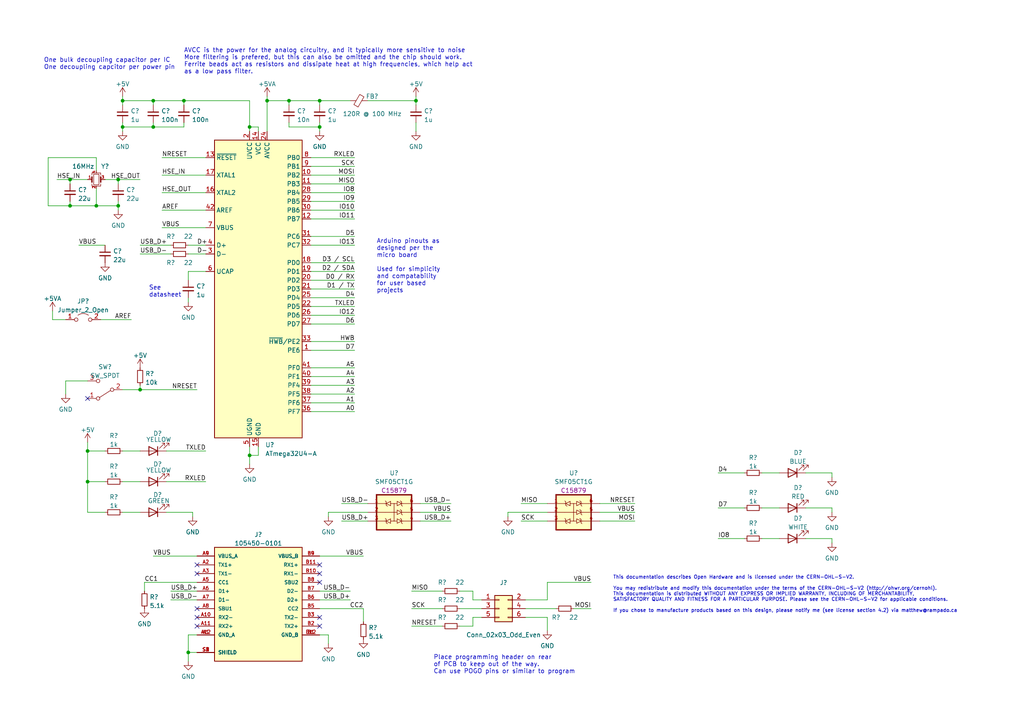
<source format=kicad_sch>
(kicad_sch (version 20211123) (generator eeschema)
  (paper "A4")
  (title_block (title "ALP Release Version") (date "2022-08-14") (rev "Revision 1") (company "Copyright (C) 2022 Matthew Rampado"))
  (lib_symbols
    (symbol "Connector_Generic:Conn_02x03_Odd_Even" (pin_names (offset 1.016) hide)
      (property "Reference" "J" (at 1.27 5.08 0))
      (property "Value" "Conn_02x03_Odd_Even" (at 1.27 -5.08 0))
      (symbol "Conn_02x03_Odd_Even_1_1"
        (rectangle (start -1.27 -2.413) (end 0 -2.667) (stroke (width 0.1524)))
        (rectangle (start -1.27 0.127) (end 0 -0.127) (stroke (width 0.1524)))
        (rectangle (start -1.27 2.667) (end 0 2.413) (stroke (width 0.1524)))
        (rectangle (start -1.27 3.81) (end 3.81 -3.81) (stroke (width 0.254)) (fill (type background)))
        (rectangle (start 3.81 -2.413) (end 2.54 -2.667) (stroke (width 0.1524)))
        (rectangle (start 3.81 0.127) (end 2.54 -0.127) (stroke (width 0.1524)))
        (rectangle (start 3.81 2.667) (end 2.54 2.413) (stroke (width 0.1524)))
        (pin passive line (at -5.08 2.54 0) (length 3.81) (name "Pin_1") (number "1"))
        (pin passive line (at 7.62 2.54 180) (length 3.81) (name "Pin_2") (number "2"))
        (pin passive line (at -5.08 0 0) (length 3.81) (name "Pin_3") (number "3"))
        (pin passive line (at 7.62 0 180) (length 3.81) (name "Pin_4") (number "4"))
        (pin passive line (at -5.08 -2.54 0) (length 3.81) (name "Pin_5") (number "5"))
        (pin passive line (at 7.62 -2.54 180) (length 3.81) (name "Pin_6") (number "6"))
      )
    )
    (symbol "Device:C_Small" (pin_numbers hide) (pin_names (offset 0.254) hide)
      (property "Reference" "C" (at 0.254 1.778 0))
      (property "Value" "C_Small" (at 0.254 -2.032 0))
      (symbol "C_Small_0_1"
        (polyline (pts (xy -1.524 -0.508) (xy 1.524 -0.508)) (stroke (width 0.3302)))
        (polyline (pts (xy -1.524 0.508) (xy 1.524 0.508)) (stroke (width 0.3048)))
      )
      (symbol "C_Small_1_1"
        (pin passive line (at 0 2.54 270) (length 2.032) (name "~") (number "1"))
        (pin passive line (at 0 -2.54 90) (length 2.032) (name "~") (number "2"))
      )
    )
    (symbol "Device:Crystal_GND24_Small" (pin_names (offset 1.016) hide)
      (property "Reference" "Y" (at 1.27 4.445 0))
      (property "Value" "Crystal_GND24_Small" (at 1.27 2.54 0))
      (symbol "Crystal_GND24_Small_0_1"
        (rectangle (start -0.762 -1.524) (end 0.762 1.524))
        (polyline (pts (xy -1.27 -0.762) (xy -1.27 0.762)) (stroke (width 0.381)))
        (polyline (pts (xy 1.27 -0.762) (xy 1.27 0.762)) (stroke (width 0.381)))
        (polyline (pts (xy -1.27 -1.27) (xy -1.27 -1.905) (xy 1.27 -1.905) (xy 1.27 -1.27)))
        (polyline (pts (xy -1.27 1.27) (xy -1.27 1.905) (xy 1.27 1.905) (xy 1.27 1.27)))
      )
      (symbol "Crystal_GND24_Small_1_1"
        (pin passive line (at -2.54 0 0) (length 1.27) (name "1") (number "1"))
        (pin passive line (at 0 -2.54 90) (length 0.635) (name "2") (number "2"))
        (pin passive line (at 2.54 0 180) (length 1.27) (name "3") (number "3"))
        (pin passive line (at 0 2.54 270) (length 0.635) (name "4") (number "4"))
      )
    )
    (symbol "Device:FerriteBead_Small" (pin_numbers hide) (pin_names (offset 0))
      (property "Reference" "FB" (at 1.905 1.27 0))
      (property "Value" "FerriteBead_Small" (at 1.905 -1.27 0))
      (symbol "FerriteBead_Small_0_1"
        (polyline (pts (xy 0 -1.27) (xy 0 -0.7874)))
        (polyline (pts (xy 0 0.889) (xy 0 1.2954)))
        (polyline (pts (xy -1.8288 0.2794) (xy -1.1176 1.4986) (xy 1.8288 -0.2032) (xy 1.1176 -1.4224) (xy -1.8288 0.2794)))
      )
      (symbol "FerriteBead_Small_1_1"
        (pin passive line (at 0 2.54 270) (length 1.27) (name "~") (number "1"))
        (pin passive line (at 0 -2.54 90) (length 1.27) (name "~") (number "2"))
      )
    )
    (symbol "Device:LED" (pin_numbers hide) (pin_names (offset 1.016) hide)
      (property "Reference" "D" (at 0 2.54 0))
      (property "Value" "LED" (at 0 -2.54 0))
      (symbol "LED_0_1"
        (polyline (pts (xy -1.27 -1.27) (xy -1.27 1.27)) (stroke (width 0.254)))
        (polyline (pts (xy -1.27 0) (xy 1.27 0)))
        (polyline (pts (xy 1.27 -1.27) (xy 1.27 1.27) (xy -1.27 0) (xy 1.27 -1.27)) (stroke (width 0.254)))
        (polyline (pts (xy -3.048 -0.762) (xy -4.572 -2.286) (xy -3.81 -2.286) (xy -4.572 -2.286) (xy -4.572 -1.524)))
        (polyline (pts (xy -1.778 -0.762) (xy -3.302 -2.286) (xy -2.54 -2.286) (xy -3.302 -2.286) (xy -3.302 -1.524)))
      )
      (symbol "LED_1_1"
        (pin passive line (at -3.81 0 0) (length 2.54) (name "K") (number "1"))
        (pin passive line (at 3.81 0 180) (length 2.54) (name "A") (number "2"))
      )
    )
    (symbol "Device:R_Small" (pin_numbers hide) (pin_names (offset 0.254) hide)
      (property "Reference" "R" (at 0.762 0.508 0))
      (property "Value" "R_Small" (at 0.762 -1.016 0))
      (symbol "R_Small_0_1"
        (rectangle (start -0.762 1.778) (end 0.762 -1.778) (stroke (width 0.2032)))
      )
      (symbol "R_Small_1_1"
        (pin passive line (at 0 2.54 270) (length 0.762) (name "~") (number "1"))
        (pin passive line (at 0 -2.54 90) (length 0.762) (name "~") (number "2"))
      )
    )
    (symbol "Jumper:Jumper_2_Open" (pin_names (offset 0) hide)
      (property "Reference" "JP" (at 0 2.794 0))
      (property "Value" "Jumper_2_Open" (at 0 -2.286 0))
      (symbol "Jumper_2_Open_0_0"
        (circle (center -2.032 0) (radius 0.508))
        (circle (center 2.032 0) (radius 0.508))
      )
      (symbol "Jumper_2_Open_0_1"
        (arc (start 1.524 1.27) (mid 0 1.778) (end -1.524 1.27))
      )
      (symbol "Jumper_2_Open_1_1"
        (pin passive line (at -5.08 0 0) (length 2.54) (name "A") (number "1"))
        (pin passive line (at 5.08 0 180) (length 2.54) (name "B") (number "2"))
      )
    )
    (symbol "MCU_Microchip_ATmega:ATmega32U4-A"
      (property "Reference" "U" (at -12.7 44.45 0))
      (property "Value" "ATmega32U4-A" (at 2.54 -44.45 0))
      (symbol "ATmega32U4-A_0_1"
        (rectangle (start -12.7 -43.18) (end 12.7 43.18) (stroke (width 0.254)) (fill (type background)))
      )
      (symbol "ATmega32U4-A_1_1"
        (pin bidirectional line (at 15.24 -17.78 180) (length 2.54) (name "PE6") (number "1"))
        (pin bidirectional line (at 15.24 33.02 180) (length 2.54) (name "PB2") (number "10"))
        (pin bidirectional line (at 15.24 30.48 180) (length 2.54) (name "PB3") (number "11"))
        (pin bidirectional line (at 15.24 20.32 180) (length 2.54) (name "PB7") (number "12"))
        (pin input line (at -15.24 38.1 0) (length 2.54) (name "~{RESET}") (number "13"))
        (pin power_in line (at 0 45.72 270) (length 2.54) (name "VCC") (number "14"))
        (pin power_in line (at 0 -45.72 90) (length 2.54) (name "GND") (number "15"))
        (pin output line (at -15.24 27.94 0) (length 2.54) (name "XTAL2") (number "16"))
        (pin input line (at -15.24 33.02 0) (length 2.54) (name "XTAL1") (number "17"))
        (pin bidirectional line (at 15.24 7.62 180) (length 2.54) (name "PD0") (number "18"))
        (pin bidirectional line (at 15.24 5.08 180) (length 2.54) (name "PD1") (number "19"))
        (pin power_in line (at -2.54 45.72 270) (length 2.54) (name "UVCC") (number "2"))
        (pin bidirectional line (at 15.24 2.54 180) (length 2.54) (name "PD2") (number "20"))
        (pin bidirectional line (at 15.24 0 180) (length 2.54) (name "PD3") (number "21"))
        (pin bidirectional line (at 15.24 -5.08 180) (length 2.54) (name "PD5") (number "22"))
        (pin passive line (at 0 -45.72 90) (length 2.54) hide (name "GND") (number "23"))
        (pin power_in line (at 2.54 45.72 270) (length 2.54) (name "AVCC") (number "24"))
        (pin bidirectional line (at 15.24 -2.54 180) (length 2.54) (name "PD4") (number "25"))
        (pin bidirectional line (at 15.24 -7.62 180) (length 2.54) (name "PD6") (number "26"))
        (pin bidirectional line (at 15.24 -10.16 180) (length 2.54) (name "PD7") (number "27"))
        (pin bidirectional line (at 15.24 27.94 180) (length 2.54) (name "PB4") (number "28"))
        (pin bidirectional line (at 15.24 25.4 180) (length 2.54) (name "PB5") (number "29"))
        (pin bidirectional line (at -15.24 10.16 0) (length 2.54) (name "D-") (number "3"))
        (pin bidirectional line (at 15.24 22.86 180) (length 2.54) (name "PB6") (number "30"))
        (pin bidirectional line (at 15.24 15.24 180) (length 2.54) (name "PC6") (number "31"))
        (pin bidirectional line (at 15.24 12.7 180) (length 2.54) (name "PC7") (number "32"))
        (pin bidirectional line (at 15.24 -15.24 180) (length 2.54) (name "~{HWB}/PE2") (number "33"))
        (pin passive line (at 0 45.72 270) (length 2.54) hide (name "VCC") (number "34"))
        (pin passive line (at 0 -45.72 90) (length 2.54) hide (name "GND") (number "35"))
        (pin bidirectional line (at 15.24 -35.56 180) (length 2.54) (name "PF7") (number "36"))
        (pin bidirectional line (at 15.24 -33.02 180) (length 2.54) (name "PF6") (number "37"))
        (pin bidirectional line (at 15.24 -30.48 180) (length 2.54) (name "PF5") (number "38"))
        (pin bidirectional line (at 15.24 -27.94 180) (length 2.54) (name "PF4") (number "39"))
        (pin bidirectional line (at -15.24 12.7 0) (length 2.54) (name "D+") (number "4"))
        (pin bidirectional line (at 15.24 -25.4 180) (length 2.54) (name "PF1") (number "40"))
        (pin bidirectional line (at 15.24 -22.86 180) (length 2.54) (name "PF0") (number "41"))
        (pin passive line (at -15.24 22.86 0) (length 2.54) (name "AREF") (number "42"))
        (pin passive line (at 0 -45.72 90) (length 2.54) hide (name "GND") (number "43"))
        (pin passive line (at 2.54 45.72 270) (length 2.54) hide (name "AVCC") (number "44"))
        (pin passive line (at -2.54 -45.72 90) (length 2.54) (name "UGND") (number "5"))
        (pin passive line (at -15.24 5.08 0) (length 2.54) (name "UCAP") (number "6"))
        (pin input line (at -15.24 17.78 0) (length 2.54) (name "VBUS") (number "7"))
        (pin bidirectional line (at 15.24 38.1 180) (length 2.54) (name "PB0") (number "8"))
        (pin bidirectional line (at 15.24 35.56 180) (length 2.54) (name "PB1") (number "9"))
      )
    )
    (symbol "Rampado_Master:105450-0101" (pin_names (offset 1.016))
      (property "Reference" "J" (at -12.7 16.002 0))
      (property "Value" "105450-0101" (at -12.7 -18.542 0))
      (symbol "105450-0101_0_0"
        (rectangle (start -12.7 -17.78) (end 12.7 15.24) (stroke (width 0.254)) (fill (type background)))
        (pin power_in line (at -17.78 -10.16 0) (length 5.08) (name "GND_A") (number "A1"))
        (pin bidirectional line (at -17.78 -5.08 0) (length 5.08) (name "RX2-") (number "A10"))
        (pin bidirectional line (at -17.78 -7.62 0) (length 5.08) (name "RX2+") (number "A11"))
        (pin power_in line (at -17.78 -10.16 0) (length 5.08) (name "GND_A") (number "A12"))
        (pin bidirectional line (at -17.78 10.16 0) (length 5.08) (name "TX1+") (number "A2"))
        (pin bidirectional line (at -17.78 7.62 0) (length 5.08) (name "TX1-") (number "A3"))
        (pin power_in line (at -17.78 12.7 0) (length 5.08) (name "VBUS_A") (number "A4"))
        (pin bidirectional line (at -17.78 5.08 0) (length 5.08) (name "CC1") (number "A5"))
        (pin bidirectional line (at -17.78 2.54 0) (length 5.08) (name "D1+") (number "A6"))
        (pin bidirectional line (at -17.78 0 0) (length 5.08) (name "D1-") (number "A7"))
        (pin bidirectional line (at -17.78 -2.54 0) (length 5.08) (name "SBU1") (number "A8"))
        (pin power_in line (at -17.78 12.7 0) (length 5.08) (name "VBUS_A") (number "A9"))
        (pin power_in line (at 17.78 -10.16 180) (length 5.08) (name "GND_B") (number "B1"))
        (pin bidirectional line (at 17.78 7.62 180) (length 5.08) (name "RX1-") (number "B10"))
        (pin bidirectional line (at 17.78 10.16 180) (length 5.08) (name "RX1+") (number "B11"))
        (pin power_in line (at 17.78 -10.16 180) (length 5.08) (name "GND_B") (number "B12"))
        (pin bidirectional line (at 17.78 -7.62 180) (length 5.08) (name "TX2+") (number "B2"))
        (pin bidirectional line (at 17.78 -5.08 180) (length 5.08) (name "TX2-") (number "B3"))
        (pin power_in line (at 17.78 12.7 180) (length 5.08) (name "VBUS_B") (number "B4"))
        (pin bidirectional line (at 17.78 -2.54 180) (length 5.08) (name "CC2") (number "B5"))
        (pin bidirectional line (at 17.78 0 180) (length 5.08) (name "D2+") (number "B6"))
        (pin bidirectional line (at 17.78 2.54 180) (length 5.08) (name "D2-") (number "B7"))
        (pin bidirectional line (at 17.78 5.08 180) (length 5.08) (name "SBU2") (number "B8"))
        (pin power_in line (at 17.78 12.7 180) (length 5.08) (name "VBUS_B") (number "B9"))
        (pin passive line (at -17.78 -15.24 0) (length 5.08) (name "SHIELD") (number "S1"))
        (pin passive line (at -17.78 -15.24 0) (length 5.08) (name "SHIELD") (number "S2"))
        (pin passive line (at -17.78 -15.24 0) (length 5.08) (name "SHIELD") (number "S3"))
        (pin passive line (at -17.78 -15.24 0) (length 5.08) (name "SHIELD") (number "S4"))
      )
    )
    (symbol "Rampado_Master:SMF05CT1G" (pin_names (offset 1.016) hide)
      (property "Reference" "U" (at -5.1054 6.096 0))
      (property "Value" "SMF05CT1G" (at -5.1054 -9.0932 0))
      (property "JLCPCB Part #" "C15879" (at 0 0 0))
      (symbol "SMF05CT1G_0_0"
        (rectangle (start -5.08 -5.08) (end 5.08 5.08) (stroke (width 0.4064)) (fill (type background)))
        (polyline (pts (xy -2.54 -1.778) (xy -2.286 -2.032)) (stroke (width 0.1524)))
        (polyline (pts (xy -2.54 3.302) (xy -2.286 3.048)) (stroke (width 0.1524)))
        (polyline (pts (xy -2.286 -3.048) (xy -1.905 -3.302)) (stroke (width 0.1524)))
        (polyline (pts (xy -2.286 -2.54) (xy -2.54 -2.54)) (stroke (width 0.1524)))
        (polyline (pts (xy -2.286 -2.54) (xy -2.286 -3.048)) (stroke (width 0.1524)))
        (polyline (pts (xy -2.286 -2.54) (xy -1.016 -3.175)) (stroke (width 0.1524)))
        (polyline (pts (xy -2.286 -2.032) (xy -2.286 -2.54)) (stroke (width 0.1524)))
        (polyline (pts (xy -2.286 2.032) (xy -1.905 1.778)) (stroke (width 0.1524)))
        (polyline (pts (xy -2.286 2.54) (xy -2.54 2.54)) (stroke (width 0.1524)))
        (polyline (pts (xy -2.286 2.54) (xy -2.286 2.032)) (stroke (width 0.1524)))
        (polyline (pts (xy -2.286 2.54) (xy -1.016 1.905)) (stroke (width 0.1524)))
        (polyline (pts (xy -2.286 3.048) (xy -2.286 2.54)) (stroke (width 0.1524)))
        (polyline (pts (xy -1.016 -3.175) (xy -1.016 -2.54)) (stroke (width 0.1524)))
        (polyline (pts (xy -1.016 -2.54) (xy -1.016 -1.905)) (stroke (width 0.1524)))
        (polyline (pts (xy -1.016 -2.54) (xy 0 -2.54)) (stroke (width 0.1524)))
        (polyline (pts (xy -1.016 -1.905) (xy -2.286 -2.54)) (stroke (width 0.1524)))
        (polyline (pts (xy -1.016 1.905) (xy -1.016 2.54)) (stroke (width 0.1524)))
        (polyline (pts (xy -1.016 2.54) (xy -1.016 3.175)) (stroke (width 0.1524)))
        (polyline (pts (xy -1.016 2.54) (xy 0 2.54)) (stroke (width 0.1524)))
        (polyline (pts (xy -1.016 3.175) (xy -2.286 2.54)) (stroke (width 0.1524)))
        (polyline (pts (xy 0 -2.54) (xy 0.762 -2.54)) (stroke (width 0.1524)))
        (polyline (pts (xy 0 0) (xy -2.54 0)) (stroke (width 0.1524)))
        (polyline (pts (xy 0 0) (xy 0 -2.54)) (stroke (width 0.1524)))
        (polyline (pts (xy 0 2.54) (xy 0 0)) (stroke (width 0.1524)))
        (polyline (pts (xy 0 2.54) (xy 0.762 2.54)) (stroke (width 0.1524)))
        (polyline (pts (xy 0.762 0) (xy 0 0)) (stroke (width 0.1524)))
        (polyline (pts (xy 0.889 -3.175) (xy 2.159 -2.54)) (stroke (width 0.1524)))
        (polyline (pts (xy 0.889 -1.905) (xy 0.889 -3.175)) (stroke (width 0.1524)))
        (polyline (pts (xy 0.889 -0.635) (xy 2.159 0)) (stroke (width 0.1524)))
        (polyline (pts (xy 0.889 0.635) (xy 0.889 -0.635)) (stroke (width 0.1524)))
        (polyline (pts (xy 0.889 1.905) (xy 2.159 2.54)) (stroke (width 0.1524)))
        (polyline (pts (xy 0.889 3.175) (xy 0.889 1.905)) (stroke (width 0.1524)))
        (polyline (pts (xy 2.032 -2.54) (xy 2.54 -2.54)) (stroke (width 0.1524)))
        (polyline (pts (xy 2.032 2.54) (xy 2.54 2.54)) (stroke (width 0.1524)))
        (polyline (pts (xy 2.159 -3.048) (xy 2.159 -2.032)) (stroke (width 0.1524)))
        (polyline (pts (xy 2.159 -2.54) (xy 0.889 -1.905)) (stroke (width 0.1524)))
        (polyline (pts (xy 2.159 -2.032) (xy 1.778 -1.778)) (stroke (width 0.1524)))
        (polyline (pts (xy 2.159 -0.508) (xy 2.159 0.508)) (stroke (width 0.1524)))
        (polyline (pts (xy 2.159 0) (xy 0.889 0.635)) (stroke (width 0.1524)))
        (polyline (pts (xy 2.159 0.508) (xy 1.778 0.762)) (stroke (width 0.1524)))
        (polyline (pts (xy 2.159 2.032) (xy 2.159 3.048)) (stroke (width 0.1524)))
        (polyline (pts (xy 2.159 2.54) (xy 0.889 3.175)) (stroke (width 0.1524)))
        (polyline (pts (xy 2.159 3.048) (xy 1.778 3.302)) (stroke (width 0.1524)))
        (polyline (pts (xy 2.286 0) (xy 2.54 0)) (stroke (width 0.1524)))
        (polyline (pts (xy 2.413 -3.302) (xy 2.159 -3.048)) (stroke (width 0.1524)))
        (polyline (pts (xy 2.413 -0.762) (xy 2.159 -0.508)) (stroke (width 0.1524)))
        (polyline (pts (xy 2.413 1.778) (xy 2.159 2.032)) (stroke (width 0.1524)))
        (pin passive line (at -7.62 2.54 0) (length 5.08) (name "~") (number "1"))
        (pin passive line (at -7.62 0 0) (length 5.08) (name "~") (number "2"))
        (pin passive line (at -7.62 -2.54 0) (length 5.08) (name "~") (number "3"))
        (pin passive line (at 7.62 -2.54 180) (length 5.08) (name "~") (number "4"))
        (pin passive line (at 7.62 0 180) (length 5.08) (name "~") (number "5"))
        (pin passive line (at 7.62 2.54 180) (length 5.08) (name "~") (number "6"))
      )
    )
    (symbol "Switch:SW_SPDT" (pin_names (offset 0) hide)
      (property "Reference" "SW" (at 0 4.318 0))
      (property "Value" "SW_SPDT" (at 0 -5.08 0))
      (symbol "SW_SPDT_0_0"
        (circle (center -2.032 0) (radius 0.508))
        (circle (center 2.032 -2.54) (radius 0.508))
      )
      (symbol "SW_SPDT_0_1"
        (polyline (pts (xy -1.524 0.254) (xy 1.651 2.286)))
        (circle (center 2.032 2.54) (radius 0.508))
      )
      (symbol "SW_SPDT_1_1"
        (pin passive line (at 5.08 2.54 180) (length 2.54) (name "A") (number "1"))
        (pin passive line (at -5.08 0 0) (length 2.54) (name "B") (number "2"))
        (pin passive line (at 5.08 -2.54 180) (length 2.54) (name "C") (number "3"))
      )
    )
    (symbol "power:+5V" (power) (pin_names (offset 0))
      (property "Value" "+5V" (at 0 3.556 0))
      (symbol "+5V_0_1"
        (polyline (pts (xy -0.762 1.27) (xy 0 2.54)))
        (polyline (pts (xy 0 0) (xy 0 2.54)))
        (polyline (pts (xy 0 2.54) (xy 0.762 1.27)))
      )
      (symbol "+5V_1_1"
        (pin power_in line (at 0 0 90) (length 0) hide (name "+5V") (number "1"))
      )
    )
    (symbol "power:+5VA" (power) (pin_names (offset 0))
      (property "Value" "+5VA" (at 0 3.556 0))
      (symbol "+5VA_0_1"
        (polyline (pts (xy -0.762 1.27) (xy 0 2.54)))
        (polyline (pts (xy 0 0) (xy 0 2.54)))
        (polyline (pts (xy 0 2.54) (xy 0.762 1.27)))
      )
      (symbol "+5VA_1_1"
        (pin power_in line (at 0 0 90) (length 0) hide (name "+5VA") (number "1"))
      )
    )
    (symbol "power:GND" (power) (pin_names (offset 0))
      (property "Value" "GND" (at 0 -3.81 0))
      (symbol "GND_0_1"
        (polyline (pts (xy 0 0) (xy 0 -1.27) (xy 1.27 -1.27) (xy 0 -2.54) (xy -1.27 -1.27) (xy 0 -1.27)))
      )
      (symbol "GND_1_1"
        (pin power_in line (at 0 0 270) (length 0) hide (name "GND") (number "1"))
      )
    )
  )
  (junction (at 34.29 52.07))
  (junction (at 35.56 36.83))
  (junction (at 120.65 29.21))
  (junction (at 20.32 52.07))
  (junction (at 54.61 189.23))
  (junction (at 92.71 29.21))
  (junction (at 44.45 29.21))
  (junction (at 40.64 113.03))
  (junction (at 35.56 29.21))
  (junction (at 72.39 36.83))
  (junction (at 44.45 36.83))
  (junction (at 25.4 130.81))
  (junction (at 20.32 59.69))
  (junction (at 53.34 29.21))
  (junction (at 27.94 59.69))
  (junction (at 34.29 59.69))
  (junction (at 25.4 139.7))
  (junction (at 77.47 29.21))
  (junction (at 72.39 132.08))
  (junction (at 83.82 29.21))
  (junction (at 92.71 36.83))
  (no_connect (at 57.15 181.61))
  (no_connect (at 57.15 179.07))
  (no_connect (at 57.15 176.53))
  (no_connect (at 57.15 166.37))
  (no_connect (at 57.15 163.83))
  (no_connect (at 92.71 181.61))
  (no_connect (at 92.71 179.07))
  (no_connect (at 92.71 168.91))
  (no_connect (at 92.71 166.37))
  (no_connect (at 92.71 163.83))
  (no_connect (at 25.4 115.57))
  (wire (pts (xy 54.61 189.23) (xy 54.61 191.77)))
  (wire (pts (xy 241.3 148.59) (xy 241.3 147.32)))
  (wire (pts (xy 40.64 111.76) (xy 40.64 113.03)))
  (wire (pts (xy 120.65 27.94) (xy 120.65 29.21)))
  (wire (pts (xy 220.98 147.32) (xy 226.06 147.32)))
  (wire (pts (xy 35.56 36.83) (xy 44.45 36.83)))
  (wire (pts (xy 92.71 29.21) (xy 83.82 29.21)))
  (wire (pts (xy 29.21 92.71) (xy 38.1 92.71)))
  (wire (pts (xy 53.34 29.21) (xy 72.39 29.21)))
  (wire (pts (xy 133.35 171.45) (xy 137.16 171.45)))
  (wire (pts (xy 90.17 111.76) (xy 102.87 111.76)))
  (wire (pts (xy 90.17 45.72) (xy 102.87 45.72)))
  (wire (pts (xy 120.65 29.21) (xy 120.65 30.48)))
  (wire (pts (xy 92.71 36.83) (xy 92.71 38.1)))
  (wire (pts (xy 72.39 129.54) (xy 72.39 132.08)))
  (wire (pts (xy 74.93 36.83) (xy 72.39 36.83)))
  (wire (pts (xy 27.94 45.72) (xy 13.97 45.72)))
  (wire (pts (xy 92.71 29.21) (xy 101.6 29.21)))
  (wire (pts (xy 90.17 76.2) (xy 102.87 76.2)))
  (wire (pts (xy 44.45 36.83) (xy 53.34 36.83)))
  (wire (pts (xy 121.92 148.59) (xy 130.81 148.59)))
  (wire (pts (xy 35.56 113.03) (xy 40.64 113.03)))
  (wire (pts (xy 90.17 93.98) (xy 102.87 93.98)))
  (wire (pts (xy 57.15 184.15) (xy 54.61 184.15)))
  (wire (pts (xy 20.32 59.69) (xy 27.94 59.69)))
  (wire (pts (xy 171.45 168.91) (xy 158.75 168.91)))
  (wire (pts (xy 46.99 66.04) (xy 59.69 66.04)))
  (wire (pts (xy 99.06 151.13) (xy 106.68 151.13)))
  (wire (pts (xy 54.61 86.36) (xy 54.61 87.63)))
  (wire (pts (xy 233.68 156.21) (xy 241.3 156.21)))
  (wire (pts (xy 92.71 161.29) (xy 105.41 161.29)))
  (wire (pts (xy 55.88 148.59) (xy 48.26 148.59)))
  (wire (pts (xy 90.17 99.06) (xy 102.87 99.06)))
  (wire (pts (xy 208.28 147.32) (xy 215.9 147.32)))
  (wire (pts (xy 151.13 146.05) (xy 158.75 146.05)))
  (wire (pts (xy 53.34 36.83) (xy 53.34 35.56)))
  (wire (pts (xy 25.4 139.7) (xy 30.48 139.7)))
  (wire (pts (xy 241.3 147.32) (xy 233.68 147.32)))
  (wire (pts (xy 20.32 58.42) (xy 20.32 59.69)))
  (wire (pts (xy 90.17 109.22) (xy 102.87 109.22)))
  (wire (pts (xy 34.29 58.42) (xy 34.29 59.69)))
  (wire (pts (xy 34.29 52.07) (xy 40.64 52.07)))
  (wire (pts (xy 54.61 78.74) (xy 54.61 81.28)))
  (wire (pts (xy 158.75 179.07) (xy 158.75 182.88)))
  (wire (pts (xy 90.17 91.44) (xy 102.87 91.44)))
  (wire (pts (xy 25.4 128.27) (xy 25.4 130.81)))
  (wire (pts (xy 74.93 38.1) (xy 74.93 36.83)))
  (wire (pts (xy 34.29 59.69) (xy 34.29 60.96)))
  (wire (pts (xy 27.94 49.53) (xy 27.94 45.72)))
  (wire (pts (xy 233.68 137.16) (xy 241.3 137.16)))
  (wire (pts (xy 173.99 146.05) (xy 184.15 146.05)))
  (wire (pts (xy 48.26 139.7) (xy 59.69 139.7)))
  (wire (pts (xy 92.71 35.56) (xy 92.71 36.83)))
  (wire (pts (xy 46.99 50.8) (xy 59.69 50.8)))
  (wire (pts (xy 90.17 71.12) (xy 102.87 71.12)))
  (wire (pts (xy 92.71 184.15) (xy 95.25 184.15)))
  (wire (pts (xy 151.13 151.13) (xy 158.75 151.13)))
  (wire (pts (xy 173.99 148.59) (xy 184.15 148.59)))
  (wire (pts (xy 46.99 55.88) (xy 59.69 55.88)))
  (wire (pts (xy 35.56 148.59) (xy 40.64 148.59)))
  (wire (pts (xy 147.32 148.59) (xy 147.32 149.86)))
  (wire (pts (xy 25.4 130.81) (xy 25.4 139.7)))
  (wire (pts (xy 106.68 148.59) (xy 95.25 148.59)))
  (wire (pts (xy 90.17 55.88) (xy 102.87 55.88)))
  (wire (pts (xy 90.17 116.84) (xy 102.87 116.84)))
  (wire (pts (xy 119.38 181.61) (xy 128.27 181.61)))
  (wire (pts (xy 241.3 137.16) (xy 241.3 138.43)))
  (wire (pts (xy 57.15 168.91) (xy 41.91 168.91)))
  (wire (pts (xy 74.93 132.08) (xy 72.39 132.08)))
  (wire (pts (xy 90.17 86.36) (xy 102.87 86.36)))
  (wire (pts (xy 35.56 35.56) (xy 35.56 36.83)))
  (wire (pts (xy 34.29 59.69) (xy 27.94 59.69)))
  (wire (pts (xy 54.61 71.12) (xy 59.69 71.12)))
  (wire (pts (xy 25.4 148.59) (xy 30.48 148.59)))
  (wire (pts (xy 55.88 149.86) (xy 55.88 148.59)))
  (wire (pts (xy 137.16 173.99) (xy 139.7 173.99)))
  (wire (pts (xy 53.34 29.21) (xy 53.34 30.48)))
  (wire (pts (xy 13.97 59.69) (xy 20.32 59.69)))
  (wire (pts (xy 19.05 110.49) (xy 19.05 114.3)))
  (wire (pts (xy 90.17 101.6) (xy 102.87 101.6)))
  (wire (pts (xy 20.32 52.07) (xy 25.4 52.07)))
  (wire (pts (xy 220.98 137.16) (xy 226.06 137.16)))
  (wire (pts (xy 44.45 29.21) (xy 44.45 30.48)))
  (wire (pts (xy 48.26 130.81) (xy 59.69 130.81)))
  (wire (pts (xy 158.75 148.59) (xy 147.32 148.59)))
  (wire (pts (xy 54.61 73.66) (xy 59.69 73.66)))
  (wire (pts (xy 77.47 27.94) (xy 77.47 29.21)))
  (wire (pts (xy 44.45 161.29) (xy 57.15 161.29)))
  (wire (pts (xy 90.17 63.5) (xy 102.87 63.5)))
  (wire (pts (xy 99.06 146.05) (xy 106.68 146.05)))
  (wire (pts (xy 92.71 171.45) (xy 101.6 171.45)))
  (wire (pts (xy 119.38 171.45) (xy 128.27 171.45)))
  (wire (pts (xy 20.32 52.07) (xy 20.32 53.34)))
  (wire (pts (xy 241.3 156.21) (xy 241.3 157.48)))
  (wire (pts (xy 25.4 110.49) (xy 19.05 110.49)))
  (wire (pts (xy 83.82 36.83) (xy 92.71 36.83)))
  (wire (pts (xy 54.61 189.23) (xy 57.15 189.23)))
  (wire (pts (xy 208.28 156.21) (xy 215.9 156.21)))
  (wire (pts (xy 95.25 184.15) (xy 95.25 186.69)))
  (wire (pts (xy 166.37 176.53) (xy 171.45 176.53)))
  (wire (pts (xy 25.4 139.7) (xy 25.4 148.59)))
  (wire (pts (xy 49.53 171.45) (xy 57.15 171.45)))
  (wire (pts (xy 72.39 29.21) (xy 72.39 36.83)))
  (wire (pts (xy 25.4 130.81) (xy 30.48 130.81)))
  (wire (pts (xy 15.24 92.71) (xy 19.05 92.71)))
  (wire (pts (xy 90.17 48.26) (xy 102.87 48.26)))
  (wire (pts (xy 90.17 60.96) (xy 102.87 60.96)))
  (wire (pts (xy 90.17 53.34) (xy 102.87 53.34)))
  (wire (pts (xy 46.99 60.96) (xy 59.69 60.96)))
  (wire (pts (xy 35.56 29.21) (xy 44.45 29.21)))
  (wire (pts (xy 40.64 73.66) (xy 49.53 73.66)))
  (wire (pts (xy 35.56 29.21) (xy 35.56 30.48)))
  (wire (pts (xy 152.4 176.53) (xy 161.29 176.53)))
  (wire (pts (xy 137.16 181.61) (xy 133.35 181.61)))
  (wire (pts (xy 173.99 151.13) (xy 184.15 151.13)))
  (wire (pts (xy 40.64 71.12) (xy 49.53 71.12)))
  (wire (pts (xy 92.71 173.99) (xy 101.6 173.99)))
  (wire (pts (xy 77.47 29.21) (xy 77.47 38.1)))
  (wire (pts (xy 83.82 29.21) (xy 77.47 29.21)))
  (wire (pts (xy 16.51 52.07) (xy 20.32 52.07)))
  (wire (pts (xy 158.75 173.99) (xy 152.4 173.99)))
  (wire (pts (xy 95.25 148.59) (xy 95.25 149.86)))
  (wire (pts (xy 72.39 36.83) (xy 72.39 38.1)))
  (wire (pts (xy 90.17 81.28) (xy 102.87 81.28)))
  (wire (pts (xy 121.92 151.13) (xy 130.81 151.13)))
  (wire (pts (xy 120.65 35.56) (xy 120.65 38.1)))
  (wire (pts (xy 83.82 29.21) (xy 83.82 30.48)))
  (wire (pts (xy 158.75 168.91) (xy 158.75 173.99)))
  (wire (pts (xy 41.91 168.91) (xy 41.91 171.45)))
  (wire (pts (xy 90.17 50.8) (xy 102.87 50.8)))
  (wire (pts (xy 54.61 184.15) (xy 54.61 189.23)))
  (wire (pts (xy 133.35 176.53) (xy 139.7 176.53)))
  (wire (pts (xy 106.68 29.21) (xy 120.65 29.21)))
  (wire (pts (xy 90.17 114.3) (xy 102.87 114.3)))
  (wire (pts (xy 220.98 156.21) (xy 226.06 156.21)))
  (wire (pts (xy 90.17 68.58) (xy 102.87 68.58)))
  (wire (pts (xy 90.17 119.38) (xy 102.87 119.38)))
  (wire (pts (xy 15.24 90.17) (xy 15.24 92.71)))
  (wire (pts (xy 74.93 129.54) (xy 74.93 132.08)))
  (wire (pts (xy 90.17 88.9) (xy 102.87 88.9)))
  (wire (pts (xy 59.69 78.74) (xy 54.61 78.74)))
  (wire (pts (xy 27.94 54.61) (xy 27.94 59.69)))
  (wire (pts (xy 90.17 58.42) (xy 102.87 58.42)))
  (wire (pts (xy 34.29 52.07) (xy 34.29 53.34)))
  (wire (pts (xy 83.82 35.56) (xy 83.82 36.83)))
  (wire (pts (xy 49.53 173.99) (xy 57.15 173.99)))
  (wire (pts (xy 137.16 179.07) (xy 137.16 181.61)))
  (wire (pts (xy 30.48 52.07) (xy 34.29 52.07)))
  (wire (pts (xy 139.7 179.07) (xy 137.16 179.07)))
  (wire (pts (xy 44.45 36.83) (xy 44.45 35.56)))
  (wire (pts (xy 121.92 146.05) (xy 130.81 146.05)))
  (wire (pts (xy 40.64 113.03) (xy 57.15 113.03)))
  (wire (pts (xy 105.41 176.53) (xy 105.41 180.34)))
  (wire (pts (xy 90.17 106.68) (xy 102.87 106.68)))
  (wire (pts (xy 44.45 29.21) (xy 53.34 29.21)))
  (wire (pts (xy 137.16 171.45) (xy 137.16 173.99)))
  (wire (pts (xy 152.4 179.07) (xy 158.75 179.07)))
  (wire (pts (xy 35.56 36.83) (xy 35.56 38.1)))
  (wire (pts (xy 90.17 83.82) (xy 102.87 83.82)))
  (wire (pts (xy 92.71 176.53) (xy 105.41 176.53)))
  (wire (pts (xy 119.38 176.53) (xy 128.27 176.53)))
  (wire (pts (xy 208.28 137.16) (xy 215.9 137.16)))
  (wire (pts (xy 90.17 78.74) (xy 102.87 78.74)))
  (wire (pts (xy 35.56 139.7) (xy 40.64 139.7)))
  (wire (pts (xy 22.86 71.12) (xy 30.48 71.12)))
  (wire (pts (xy 46.99 45.72) (xy 59.69 45.72)))
  (wire (pts (xy 92.71 29.21) (xy 92.71 30.48)))
  (wire (pts (xy 35.56 130.81) (xy 40.64 130.81)))
  (wire (pts (xy 13.97 45.72) (xy 13.97 59.69)))
  (wire (pts (xy 35.56 27.94) (xy 35.56 29.21)))
  (wire (pts (xy 72.39 132.08) (xy 72.39 134.62)))
  (text "Place programming header on rear \nof PCB to keep out of the way.\nCan use POGO pins or similar to program" (at 125.73 195.58 0) (effects (font (size 1.27 1.27)) (justify left bottom)))
  (text "AVCC is the power for the analog circuitry, and it typically more sensitive to noise\nMore filtering is prefered, but this can also be omitted and the chip should work. \nFerrite beads act as resistors and dissipate heat at high frequencies, which help act\nas a low pass filter. \n" (at 53.34 21.59 0) (effects (font (size 1.27 1.27)) (justify left bottom)))
  (text "See\ndatasheet" (at 43.18 86.36 0) (effects (font (size 1.27 1.27)) (justify left bottom)))
  (text "One bulk decoupling capacitor per IC\nOne decoupling capcitor per power pin" (at 12.7 20.32 0) (effects (font (size 1.27 1.27)) (justify left bottom)))
  (text "This documentation describes Open Hardware and is licensed under the CERN-OHL-S-V2.\n\nYou may redistribute and modify this documentation under the terms of the CERN-OHL-S-V2 (http://ohwr.org/cernohl).\nThis documentation is distributed WITHOUT ANY EXPRESS OR IMPLIED WARRANTY, INCLUDING OF MERCHANTABILITY, \nSATISFACTORY QUALITY AND FITNESS FOR A PARTICULAR PURPOSE. Please see the CERN-OHL-S-V2 for applicable conditions. \n\nIf you chose to manufacture products based on this design, please notify me (see license section 4.2) via matthew@rampado.ca" (at 177.8 177.8 0) (effects (font (size 1 1)) (justify left bottom)))
  (text "Arduino pinouts as \ndesigned per the \nmicro board\n\nUsed for simplicity\nand compatability \nfor user based \nprojects" (at 109.22 85.09 0) (effects (font (size 1.27 1.27)) (justify left bottom)))
  (label "A4" (at 102.87 109.22 180))
  (label "IO12" (at 102.87 91.44 180))
  (label "HSE_IN" (at 16.51 52.07 0))
  (label "IO13" (at 102.87 71.12 180))
  (label "USB_D+" (at 130.81 151.13 180))
  (label "MISO" (at 119.38 171.45 0))
  (label "USB_D-" (at 101.6 171.45 180))
  (label "D4" (at 102.87 86.36 180))
  (label "RXLED" (at 59.69 139.7 180))
  (label "VBUS" (at 46.99 66.04 0))
  (label "NRESET" (at 184.15 146.05 180))
  (label "RXLED" (at 102.87 45.72 180))
  (label "A3" (at 102.87 111.76 180))
  (label "A0" (at 102.87 119.38 180))
  (label "USB_D-" (at 40.64 73.66 0))
  (label "SCK" (at 102.87 48.26 180))
  (label "SCK" (at 151.13 151.13 0))
  (label "CC1" (at 41.91 168.91 0))
  (label "SCK" (at 119.38 176.53 0))
  (label "IO11" (at 102.87 63.5 180))
  (label "HSE_OUT" (at 46.99 55.88 0))
  (label "A2" (at 102.87 114.3 180))
  (label "VBUS" (at 22.86 71.12 0))
  (label "MOSI" (at 102.87 50.8 180))
  (label "VBUS" (at 105.41 161.29 180))
  (label "D7" (at 102.87 101.6 180))
  (label "MISO" (at 151.13 146.05 0))
  (label "IO8" (at 102.87 55.88 180))
  (label "USB_D-" (at 99.06 146.05 0))
  (label "VBUS" (at 184.15 148.59 180))
  (label "USB_D-" (at 49.53 173.99 0))
  (label "MOSI" (at 171.45 176.53 180))
  (label "NRESET" (at 119.38 181.61 0))
  (label "D6" (at 102.87 93.98 180))
  (label "A1" (at 102.87 116.84 180))
  (label "D-" (at 57.15 73.66 0))
  (label "D2 {slash} SDA" (at 102.87 78.74 180))
  (label "USB_D+" (at 101.6 173.99 180))
  (label "USB_D+" (at 99.06 151.13 0))
  (label "NRESET" (at 57.15 113.03 180))
  (label "VBUS" (at 130.81 148.59 180))
  (label "A5" (at 102.87 106.68 180))
  (label "D4" (at 208.28 137.16 0))
  (label "IO8" (at 208.28 156.21 0))
  (label "USB_D+" (at 40.64 71.12 0))
  (label "TXLED" (at 102.87 88.9 180))
  (label "D5" (at 102.87 68.58 180))
  (label "D7" (at 208.28 147.32 0))
  (label "D3 {slash} SCL" (at 102.87 76.2 180))
  (label "AREF" (at 46.99 60.96 0))
  (label "NRESET" (at 46.99 45.72 0))
  (label "IO10" (at 102.87 60.96 180))
  (label "IO9" (at 102.87 58.42 180))
  (label "USB_D+" (at 49.53 171.45 0))
  (label "HSE_OUT" (at 40.64 52.07 180))
  (label "VBUS" (at 171.45 168.91 180))
  (label "D1 {slash} TX" (at 102.87 83.82 180))
  (label "D0 {slash} RX" (at 102.87 81.28 180))
  (label "HSE_IN" (at 46.99 50.8 0))
  (label "AREF" (at 38.1 92.71 180))
  (label "D+" (at 57.15 71.12 0))
  (label "TXLED" (at 59.69 130.81 180))
  (label "MOSI" (at 184.15 151.13 180))
  (label "MISO" (at 102.87 53.34 180))
  (label "USB_D-" (at 130.81 146.05 180))
  (label "VBUS" (at 44.45 161.29 0))
  (label "HWB" (at 102.87 99.06 180))
  (label "CC2" (at 105.41 176.53 180))
  (symbol (lib_id "Rampado_Master:105450-0101") (at 74.93 173.99 0) (unit 1)
    (property "Reference" "J?" (at 74.93 155.0502 0))
    (property "Value" "105450-0101" (at 74.93 157.5871 0))
    (property "Footprint" "MOLEX_105450-0101" (effects hide))
    (property "PARTREV" "A7" (effects hide))
    (property "MANUFACTURER" "Molex" (effects hide))
    (property "MAXIMUM_PACKAGE_HEIGHT" "3.24mm" (effects hide))
    (property "STANDARD" "Manufacturer Recommendations" (effects hide))
  )
  (symbol (lib_id "Device:R_Small") (at 52.07 71.12 90) (unit 1)
    (property "Reference" "R?" (at 49.53 68.58 90))
    (property "Value" "22" (at 54.61 68.58 90))
    (property "Footprint" "Resistor_SMD:R_0603_1608Metric_Pad0.98x0.95mm_HandSolder" (effects hide))
    (property "JLCPCB Part #" "C23345" (effects hide))
  )
  (symbol (lib_id "power:+5V") (at 35.56 27.94 0) (unit 1)
    (property "Reference" "#PWR?" (effects hide))
    (property "Value" "+5V" (at 35.56 24.3642 0))
  )
  (symbol (lib_id "Device:C_Small") (at 54.61 83.82 0) (unit 1)
    (property "Reference" "C?" (at 56.9341 82.9916 0) (effects (justify left)))
    (property "Value" "1u" (at 56.9341 85.5285 0) (effects (justify left)))
    (property "Footprint" "Capacitor_SMD:C_0603_1608Metric_Pad1.08x0.95mm_HandSolder" (effects hide))
    (property "JLCPCB Part #" "C15849" (effects hide))
  )
  (symbol (lib_id "power:+5V") (at 25.4 128.27 0) (unit 1)
    (property "Reference" "#PWR?" (effects hide))
    (property "Value" "+5V" (at 25.4 124.6942 0))
  )
  (symbol (lib_id "Device:R_Small") (at 130.81 181.61 90) (unit 1)
    (property "Reference" "R?" (at 128.27 179.07 90))
    (property "Value" "22" (at 133.35 179.07 90))
    (property "Footprint" "Resistor_SMD:R_0603_1608Metric_Pad0.98x0.95mm_HandSolder" (effects hide))
    (property "JLCPCB Part #" "C23345" (effects hide))
  )
  (symbol (lib_id "Connector_Generic:Conn_02x03_Odd_Even") (at 144.78 176.53 0) (unit 1)
    (property "Reference" "J?" (at 146.05 169.0202 0))
    (property "Value" "Conn_02x03_Odd_Even" (at 146.05 184.15 0))
  )
  (symbol (lib_id "Device:C_Small") (at 30.48 73.66 0) (unit 1)
    (property "Reference" "C?" (at 32.8041 72.8316 0) (effects (justify left)))
    (property "Value" "22u" (at 32.8041 75.3685 0) (effects (justify left)))
    (property "Footprint" "Capacitor_SMD:C_0603_1608Metric_Pad1.08x0.95mm_HandSolder" (effects hide))
    (property "JLCPCB Part #" "C59461" (effects hide))
  )
  (symbol (lib_id "power:+5VA") (at 15.24 90.17 0) (unit 1)
    (property "Reference" "#PWR?" (effects hide))
    (property "Value" "+5VA" (at 15.24 86.5942 0))
  )
  (symbol (lib_id "power:GND") (at 54.61 87.63 0) (unit 1)
    (property "Reference" "#PWR?" (effects hide))
    (property "Value" "GND" (at 54.61 92.0734 0))
  )
  (symbol (lib_id "Rampado_Master:SMF05CT1G") (at 166.37 148.59 0) (unit 1)
    (property "Reference" "U?" (at 166.37 137.1972 0))
    (property "Value" "SMF05CT1G" (at 166.37 139.7341 0))
    (property "Footprint" "SOT65P210X110-6N" (effects hide))
    (property "JLCPCB Part #" "C15879" (at 166.37 142.271 0))
    (property "STANDARD" "IPC7351B" (effects hide))
    (property "MP" "SMF05CT1G" (effects hide))
    (property "MANUFACTURER" "ON Semiconductor" (effects hide))
    (property "PACKAGE" "SOT-363 ON Semiconductor" (effects hide))
    (property "DESCRIPTION" "SMF05C Series 7.2 V 100 W 5-Line Transient Voltage Suppressor Array - SC-88" (effects hide))
    (property "PRICE" "None" (effects hide))
  )
  (symbol (lib_id "Device:R_Small") (at 163.83 176.53 90) (unit 1)
    (property "Reference" "R?" (at 161.29 179.07 90))
    (property "Value" "22" (at 166.37 179.07 90))
    (property "Footprint" "Resistor_SMD:R_0603_1608Metric_Pad0.98x0.95mm_HandSolder" (effects hide))
    (property "JLCPCB Part #" "C23345" (effects hide))
  )
  (symbol (lib_id "Device:R_Small") (at 130.81 176.53 90) (unit 1)
    (property "Reference" "R?" (at 128.27 173.99 90))
    (property "Value" "22" (at 133.35 173.99 90))
    (property "Footprint" "Resistor_SMD:R_0603_1608Metric_Pad0.98x0.95mm_HandSolder" (effects hide))
    (property "JLCPCB Part #" "C23345" (effects hide))
  )
  (symbol (lib_id "power:+5VA") (at 77.47 27.94 0) (unit 1)
    (property "Reference" "#PWR?" (effects hide))
    (property "Value" "+5VA" (at 77.47 24.3642 0))
  )
  (symbol (lib_id "power:GND") (at 158.75 182.88 0) (unit 1)
    (property "Reference" "#PWR?" (effects hide))
    (property "Value" "GND" (at 158.75 187.3234 0))
  )
  (symbol (lib_id "Device:C_Small") (at 44.45 33.02 0) (unit 1)
    (property "Reference" "C?" (at 46.7741 32.1916 0) (effects (justify left)))
    (property "Value" "100n" (at 46.7741 34.7285 0) (effects (justify left)))
    (property "Footprint" "Capacitor_SMD:C_0603_1608Metric_Pad1.08x0.95mm_HandSolder" (effects hide))
    (property "JLCPCB Part #" "C14663" (effects hide))
  )
  (symbol (lib_id "Device:LED") (at 229.87 147.32 180) (unit 1)
    (property "Reference" "D?" (at 231.4575 141.4612 0))
    (property "Value" "RED" (at 231.4575 143.9981 0))
    (property "Footprint" "LED_SMD:LED_0603_1608Metric_Pad1.05x0.95mm_HandSolder" (effects hide))
    (property "JLCPCB Part #" "C2286" (effects hide))
  )
  (symbol (lib_id "Device:LED") (at 44.45 139.7 180) (unit 1)
    (property "Reference" "D?" (at 45.72 134.62 0))
    (property "Value" "YELLOW" (at 46.0375 136.3781 0))
    (property "Footprint" "LED_SMD:LED_0603_1608Metric_Pad1.05x0.95mm_HandSolder" (effects hide))
    (property "JLCPCB Part #" "C72038" (effects hide))
  )
  (symbol (lib_id "Device:C_Small") (at 83.82 33.02 0) (unit 1)
    (property "Reference" "C?" (at 86.1441 32.1916 0) (effects (justify left)))
    (property "Value" "10n" (at 86.1441 34.7285 0) (effects (justify left)))
    (property "Footprint" "Capacitor_SMD:C_0603_1608Metric_Pad1.08x0.95mm_HandSolder" (effects hide))
    (property "JLCPCB Part #" "C57112" (effects hide))
  )
  (symbol (lib_id "power:GND") (at 95.25 149.86 0) (unit 1)
    (property "Reference" "#PWR?" (effects hide))
    (property "Value" "GND" (at 95.25 154.3034 0))
  )
  (symbol (lib_id "Device:C_Small") (at 120.65 33.02 0) (unit 1)
    (property "Reference" "C?" (at 122.9741 32.1916 0) (effects (justify left)))
    (property "Value" "1u" (at 122.9741 34.7285 0) (effects (justify left)))
    (property "Footprint" "Capacitor_SMD:C_0603_1608Metric_Pad1.08x0.95mm_HandSolder" (effects hide))
    (property "JLCPCB Part #" "C15849" (effects hide))
  )
  (symbol (lib_id "power:GND") (at 241.3 157.48 0) (unit 1)
    (property "Reference" "#PWR?" (effects hide))
    (property "Value" "GND" (at 241.3 161.9234 0))
  )
  (symbol (lib_id "power:GND") (at 30.48 76.2 0) (unit 1)
    (property "Reference" "#PWR?" (effects hide))
    (property "Value" "GND" (at 30.48 80.6434 0))
  )
  (symbol (lib_id "power:GND") (at 55.88 149.86 0) (unit 1)
    (property "Reference" "#PWR?" (effects hide))
    (property "Value" "GND" (at 55.88 154.3034 0))
  )
  (symbol (lib_id "Device:C_Small") (at 20.32 55.88 0) (unit 1)
    (property "Reference" "C?" (at 22.6441 55.0516 0) (effects (justify left)))
    (property "Value" "22u" (at 22.6441 57.5885 0) (effects (justify left)))
    (property "Footprint" "Capacitor_SMD:C_0603_1608Metric_Pad1.08x0.95mm_HandSolder" (effects hide))
    (property "JLCPCB Part #" "C59461" (effects hide))
  )
  (symbol (lib_id "Device:R_Small") (at 218.44 137.16 90) (unit 1)
    (property "Reference" "R?" (at 218.44 132.7236 90))
    (property "Value" "1k" (at 218.44 135.2605 90))
    (property "Footprint" "Resistor_SMD:R_0603_1608Metric_Pad0.98x0.95mm_HandSolder" (effects hide))
    (property "JLCPCB Part #" "C21190" (effects hide))
  )
  (symbol (lib_id "Device:R_Small") (at 130.81 171.45 90) (unit 1)
    (property "Reference" "R?" (at 128.27 168.91 90))
    (property "Value" "22" (at 133.35 168.91 90))
    (property "Footprint" "Resistor_SMD:R_0603_1608Metric_Pad0.98x0.95mm_HandSolder" (effects hide))
    (property "JLCPCB Part #" "C23345" (effects hide))
  )
  (symbol (lib_id "power:GND") (at 34.29 60.96 0) (unit 1)
    (property "Reference" "#PWR?" (effects hide))
    (property "Value" "GND" (at 34.29 65.4034 0))
  )
  (symbol (lib_id "Device:C_Small") (at 53.34 33.02 0) (unit 1)
    (property "Reference" "C?" (at 55.6641 32.1916 0) (effects (justify left)))
    (property "Value" "100n" (at 55.6641 34.7285 0) (effects (justify left)))
    (property "Footprint" "Capacitor_SMD:C_0603_1608Metric_Pad1.08x0.95mm_HandSolder" (effects hide))
    (property "JLCPCB Part #" "C14663" (effects hide))
  )
  (symbol (lib_id "Device:C_Small") (at 34.29 55.88 0) (unit 1)
    (property "Reference" "C?" (at 36.6141 55.0516 0) (effects (justify left)))
    (property "Value" "22u" (at 36.6141 57.5885 0) (effects (justify left)))
    (property "Footprint" "Capacitor_SMD:C_0603_1608Metric_Pad1.08x0.95mm_HandSolder" (effects hide))
    (property "JLCPCB Part #" "C59461" (effects hide))
  )
  (symbol (lib_id "power:GND") (at 105.41 185.42 0) (unit 1)
    (property "Reference" "#PWR?" (effects hide))
    (property "Value" "GND" (at 105.41 189.8634 0))
  )
  (symbol (lib_id "Device:R_Small") (at 33.02 148.59 90) (unit 1)
    (property "Reference" "R?" (at 33.02 144.1536 90))
    (property "Value" "1k" (at 33.02 146.6905 90))
    (property "Footprint" "Resistor_SMD:R_0603_1608Metric_Pad0.98x0.95mm_HandSolder" (effects hide))
    (property "JLCPCB Part #" "C21190" (effects hide))
  )
  (symbol (lib_id "power:GND") (at 35.56 38.1 0) (unit 1)
    (property "Reference" "#PWR?" (effects hide))
    (property "Value" "GND" (at 35.56 42.5434 0))
  )
  (symbol (lib_id "power:GND") (at 19.05 114.3 0) (unit 1)
    (property "Reference" "#PWR?" (effects hide))
    (property "Value" "GND" (at 19.05 118.7434 0))
  )
  (symbol (lib_id "Device:LED") (at 229.87 137.16 180) (unit 1)
    (property "Reference" "D?" (at 231.4575 131.3012 0))
    (property "Value" "BLUE" (at 231.4575 133.8381 0))
    (property "Footprint" "LED_SMD:LED_0603_1608Metric_Pad1.05x0.95mm_HandSolder" (effects hide))
    (property "JLCPCB Part #" "C72041" (effects hide))
  )
  (symbol (lib_id "Device:R_Small") (at 105.41 182.88 0) (unit 1)
    (property "Reference" "R?" (at 106.9086 182.0453 0) (effects (justify left)))
    (property "Value" "5.1k" (at 106.9086 184.5822 0) (effects (justify left)))
    (property "Footprint" "Resistor_SMD:R_0603_1608Metric_Pad0.98x0.95mm_HandSolder" (effects hide))
    (property "JLCPCB Part #" "C23186" (effects hide))
  )
  (symbol (lib_id "power:GND") (at 72.39 134.62 0) (unit 1)
    (property "Reference" "#PWR?" (effects hide))
    (property "Value" "GND" (at 72.39 139.0634 0))
  )
  (symbol (lib_id "power:GND") (at 92.71 38.1 0) (unit 1)
    (property "Reference" "#PWR?" (effects hide))
    (property "Value" "GND" (at 92.71 42.5434 0))
  )
  (symbol (lib_id "Switch:SW_SPDT") (at 30.48 113.03 180) (unit 1)
    (property "Reference" "SW?" (at 30.48 106.4092 0))
    (property "Value" "SW_SPDT" (at 30.48 108.9461 0))
  )
  (symbol (lib_id "Device:LED") (at 44.45 130.81 180) (unit 1)
    (property "Reference" "D?" (at 45.72 125.73 0))
    (property "Value" "YELLOW" (at 46.0375 127.4881 0))
    (property "Footprint" "LED_SMD:LED_0603_1608Metric_Pad1.05x0.95mm_HandSolder" (effects hide))
    (property "JLCPCB Part #" "C72038" (effects hide))
  )
  (symbol (lib_id "power:GND") (at 54.61 191.77 0) (unit 1)
    (property "Reference" "#PWR?" (effects hide))
    (property "Value" "GND" (at 54.61 196.2134 0))
  )
  (symbol (lib_id "MCU_Microchip_ATmega:ATmega32U4-A") (at 74.93 83.82 0) (unit 1)
    (property "Reference" "U?" (at 76.9494 129.0304 0) (effects (justify left)))
    (property "Value" "ATmega32U4-A" (at 76.9494 131.5673 0) (effects (justify left)))
    (property "Footprint" "Package_QFP:TQFP-44_10x10mm_P0.8mm" (effects hide))
    (property "Datasheet" "http://ww1.microchip.com/downloads/en/DeviceDoc/Atmel-7766-8-bit-AVR-ATmega16U4-32U4_Datasheet.pdf" (effects hide))
  )
  (symbol (lib_id "Rampado_Master:SMF05CT1G") (at 114.3 148.59 0) (unit 1)
    (property "Reference" "U?" (at 114.3 137.1972 0))
    (property "Value" "SMF05CT1G" (at 114.3 139.7341 0))
    (property "Footprint" "SOT65P210X110-6N" (effects hide))
    (property "JLCPCB Part #" "C15879" (at 114.3 142.271 0))
    (property "STANDARD" "IPC7351B" (effects hide))
    (property "MP" "SMF05CT1G" (effects hide))
    (property "MANUFACTURER" "ON Semiconductor" (effects hide))
    (property "PACKAGE" "SOT-363 ON Semiconductor" (effects hide))
    (property "DESCRIPTION" "SMF05C Series 7.2 V 100 W 5-Line Transient Voltage Suppressor Array - SC-88" (effects hide))
    (property "PRICE" "None" (effects hide))
  )
  (symbol (lib_id "Device:LED") (at 44.45 148.59 180) (unit 1)
    (property "Reference" "D?" (at 45.72 143.51 0))
    (property "Value" "GREEN" (at 46.0375 145.2681 0))
    (property "Footprint" "LED_SMD:LED_0603_1608Metric_Pad1.05x0.95mm_HandSolder" (effects hide))
    (property "JLCPCB Part #" "C72043" (effects hide))
  )
  (symbol (lib_id "power:GND") (at 41.91 176.53 0) (unit 1)
    (property "Reference" "#PWR?" (effects hide))
    (property "Value" "GND" (at 41.91 180.9734 0))
  )
  (symbol (lib_id "Device:Crystal_GND24_Small") (at 27.94 52.07 0) (unit 1)
    (property "Reference" "Y?" (at 30.48 48.26 0))
    (property "Value" "16MHz" (at 24.13 48.26 0))
  )
  (symbol (lib_id "Device:R_Small") (at 40.64 109.22 180) (unit 1)
    (property "Reference" "R?" (at 42.1386 108.3853 0) (effects (justify right)))
    (property "Value" "10k" (at 42.1386 110.9222 0) (effects (justify right)))
    (property "Footprint" "Resistor_SMD:R_0603_1608Metric_Pad0.98x0.95mm_HandSolder" (effects hide))
    (property "JLCPCB Part #" "C21190" (effects hide))
  )
  (symbol (lib_id "Device:R_Small") (at 218.44 156.21 90) (unit 1)
    (property "Reference" "R?" (at 218.44 151.7736 90))
    (property "Value" "1k" (at 218.44 154.3105 90))
    (property "Footprint" "Resistor_SMD:R_0603_1608Metric_Pad0.98x0.95mm_HandSolder" (effects hide))
    (property "JLCPCB Part #" "C21190" (effects hide))
  )
  (symbol (lib_id "Device:FerriteBead_Small") (at 104.14 29.21 90) (unit 1)
    (property "Reference" "FB?" (at 107.95 27.94 90))
    (property "Value" "120R @ 100 MHz" (at 107.95 33.02 90))
  )
  (symbol (lib_id "power:GND") (at 241.3 148.59 0) (unit 1)
    (property "Reference" "#PWR?" (effects hide))
    (property "Value" "GND" (at 241.3 153.0334 0))
  )
  (symbol (lib_id "power:GND") (at 241.3 138.43 0) (unit 1)
    (property "Reference" "#PWR?" (effects hide))
    (property "Value" "GND" (at 241.3 142.8734 0))
  )
  (symbol (lib_id "power:GND") (at 147.32 149.86 0) (unit 1)
    (property "Reference" "#PWR?" (effects hide))
    (property "Value" "GND" (at 147.32 154.3034 0))
  )
  (symbol (lib_id "Device:R_Small") (at 33.02 139.7 90) (unit 1)
    (property "Reference" "R?" (at 33.02 135.2636 90))
    (property "Value" "1k" (at 33.02 137.8005 90))
    (property "Footprint" "Resistor_SMD:R_0603_1608Metric_Pad0.98x0.95mm_HandSolder" (effects hide))
    (property "JLCPCB Part #" "C21190" (effects hide))
  )
  (symbol (lib_id "Device:R_Small") (at 41.91 173.99 0) (unit 1)
    (property "Reference" "R?" (at 43.4086 173.1553 0) (effects (justify left)))
    (property "Value" "5.1k" (at 43.4086 175.6922 0) (effects (justify left)))
    (property "Footprint" "Resistor_SMD:R_0603_1608Metric_Pad0.98x0.95mm_HandSolder" (effects hide))
    (property "JLCPCB Part #" "C23186" (effects hide))
  )
  (symbol (lib_id "Device:R_Small") (at 52.07 73.66 90) (unit 1)
    (property "Reference" "R?" (at 49.53 76.2 90))
    (property "Value" "22" (at 54.61 76.2 90))
    (property "Footprint" "Resistor_SMD:R_0603_1608Metric_Pad0.98x0.95mm_HandSolder" (effects hide))
    (property "JLCPCB Part #" "C23345" (effects hide))
  )
  (symbol (lib_id "Jumper:Jumper_2_Open") (at 24.13 92.71 0) (unit 1)
    (property "Reference" "JP?" (at 24.13 87.3592 0))
    (property "Value" "Jumper_2_Open" (at 24.13 89.8961 0))
  )
  (symbol (lib_id "Device:C_Small") (at 35.56 33.02 0) (unit 1)
    (property "Reference" "C?" (at 37.8841 32.1916 0) (effects (justify left)))
    (property "Value" "1u" (at 37.8841 34.7285 0) (effects (justify left)))
    (property "Footprint" "Capacitor_SMD:C_0603_1608Metric_Pad1.08x0.95mm_HandSolder" (effects hide))
    (property "JLCPCB Part #" "C15849" (effects hide))
  )
  (symbol (lib_id "power:+5V") (at 40.64 106.68 0) (unit 1)
    (property "Reference" "#PWR?" (effects hide))
    (property "Value" "+5V" (at 40.64 103.1042 0))
  )
  (symbol (lib_id "Device:C_Small") (at 92.71 33.02 0) (unit 1)
    (property "Reference" "C?" (at 95.0341 32.1916 0) (effects (justify left)))
    (property "Value" "1u" (at 95.0341 34.7285 0) (effects (justify left)))
    (property "Footprint" "Capacitor_SMD:C_0603_1608Metric_Pad1.08x0.95mm_HandSolder" (effects hide))
    (property "JLCPCB Part #" "C15849" (effects hide))
  )
  (symbol (lib_id "Device:R_Small") (at 218.44 147.32 90) (unit 1)
    (property "Reference" "R?" (at 218.44 142.8836 90))
    (property "Value" "1k" (at 218.44 145.4205 90))
    (property "Footprint" "Resistor_SMD:R_0603_1608Metric_Pad0.98x0.95mm_HandSolder" (effects hide))
    (property "JLCPCB Part #" "C21190" (effects hide))
  )
  (symbol (lib_id "power:GND") (at 120.65 38.1 0) (unit 1)
    (property "Reference" "#PWR?" (effects hide))
    (property "Value" "GND" (at 120.65 42.5434 0))
  )
  (symbol (lib_id "power:GND") (at 95.25 186.69 0) (unit 1)
    (property "Reference" "#PWR?" (effects hide))
    (property "Value" "GND" (at 95.25 191.1334 0))
  )
  (symbol (lib_id "Device:R_Small") (at 33.02 130.81 90) (unit 1)
    (property "Reference" "R?" (at 33.02 126.3736 90))
    (property "Value" "1k" (at 33.02 128.9105 90))
    (property "Footprint" "Resistor_SMD:R_0603_1608Metric_Pad0.98x0.95mm_HandSolder" (effects hide))
    (property "JLCPCB Part #" "C21190" (effects hide))
  )
  (symbol (lib_id "Device:LED") (at 229.87 156.21 180) (unit 1)
    (property "Reference" "D?" (at 231.4575 150.3512 0))
    (property "Value" "WHITE" (at 231.4575 152.8881 0))
    (property "Footprint" "LED_SMD:LED_0603_1608Metric_Pad1.05x0.95mm_HandSolder" (effects hide))
    (property "JLCPCB Part #" "C2290" (effects hide))
  )
  (symbol (lib_id "power:+5V") (at 120.65 27.94 0) (unit 1)
    (property "Reference" "#PWR?" (effects hide))
    (property "Value" "+5V" (at 120.65 24.3642 0))
  )
)
</source>
